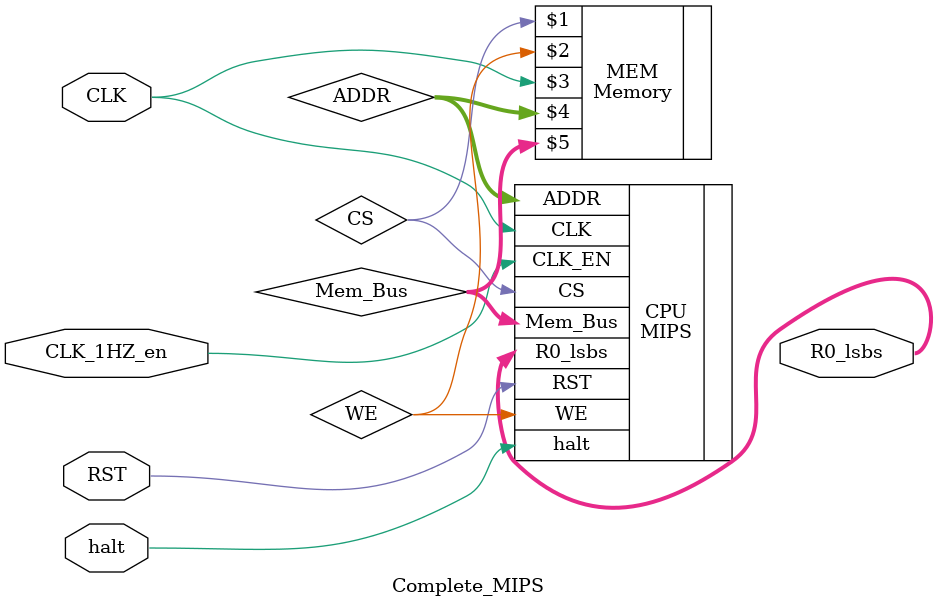
<source format=v>
module Complete_MIPS( input CLK,
                      input CLK_1HZ_en, 
                      input RST, 
                      input halt, 
                      output [7:0] R0_lsbs);
                         
/* Will need to be modified to add functioality */ 

wire CS, WE; 
wire [31:0] ADDR, Mem_Bus;

MIPS CPU(.CLK(CLK), .CLK_EN(CLK_1HZ_en), .RST(RST), .halt(halt), .CS(CS),
         .WE(WE), .ADDR(ADDR), .R0_lsbs(R0_lsbs), .Mem_Bus(Mem_Bus));
         
Memory MEM(CS, WE, CLK, ADDR, Mem_Bus);

endmodule
</source>
